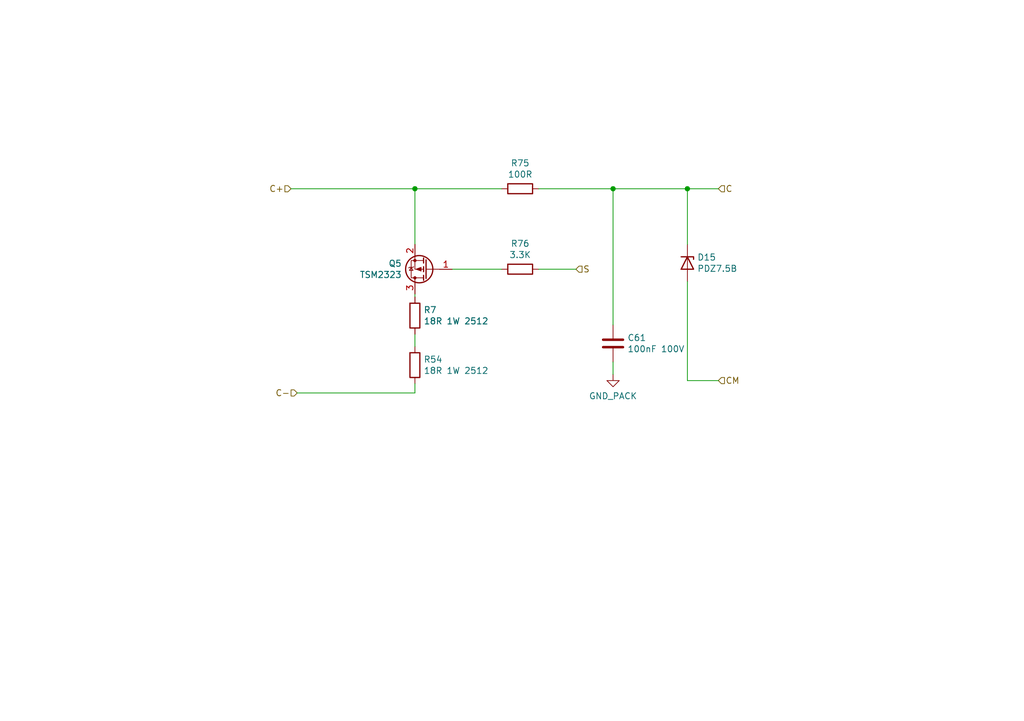
<source format=kicad_sch>
(kicad_sch
	(version 20231120)
	(generator "eeschema")
	(generator_version "8.0")
	(uuid "b617f54a-d595-416e-a403-41f59b27f156")
	(paper "A5")
	(title_block
		(date "2023-10-19")
		(rev "V0.1")
		(company "teTra")
	)
	(lib_symbols
		(symbol "Device:D_Zener"
			(pin_numbers hide)
			(pin_names
				(offset 1.016) hide)
			(exclude_from_sim no)
			(in_bom yes)
			(on_board yes)
			(property "Reference" "D"
				(at 0 2.54 0)
				(effects
					(font
						(size 1.27 1.27)
					)
				)
			)
			(property "Value" "D_Zener"
				(at 0 -2.54 0)
				(effects
					(font
						(size 1.27 1.27)
					)
				)
			)
			(property "Footprint" ""
				(at 0 0 0)
				(effects
					(font
						(size 1.27 1.27)
					)
					(hide yes)
				)
			)
			(property "Datasheet" "~"
				(at 0 0 0)
				(effects
					(font
						(size 1.27 1.27)
					)
					(hide yes)
				)
			)
			(property "Description" "Zener diode"
				(at 0 0 0)
				(effects
					(font
						(size 1.27 1.27)
					)
					(hide yes)
				)
			)
			(property "ki_keywords" "diode"
				(at 0 0 0)
				(effects
					(font
						(size 1.27 1.27)
					)
					(hide yes)
				)
			)
			(property "ki_fp_filters" "TO-???* *_Diode_* *SingleDiode* D_*"
				(at 0 0 0)
				(effects
					(font
						(size 1.27 1.27)
					)
					(hide yes)
				)
			)
			(symbol "D_Zener_0_1"
				(polyline
					(pts
						(xy 1.27 0) (xy -1.27 0)
					)
					(stroke
						(width 0)
						(type default)
					)
					(fill
						(type none)
					)
				)
				(polyline
					(pts
						(xy -1.27 -1.27) (xy -1.27 1.27) (xy -0.762 1.27)
					)
					(stroke
						(width 0.254)
						(type default)
					)
					(fill
						(type none)
					)
				)
				(polyline
					(pts
						(xy 1.27 -1.27) (xy 1.27 1.27) (xy -1.27 0) (xy 1.27 -1.27)
					)
					(stroke
						(width 0.254)
						(type default)
					)
					(fill
						(type none)
					)
				)
			)
			(symbol "D_Zener_1_1"
				(pin passive line
					(at -3.81 0 0)
					(length 2.54)
					(name "K"
						(effects
							(font
								(size 1.27 1.27)
							)
						)
					)
					(number "1"
						(effects
							(font
								(size 1.27 1.27)
							)
						)
					)
				)
				(pin passive line
					(at 3.81 0 180)
					(length 2.54)
					(name "A"
						(effects
							(font
								(size 1.27 1.27)
							)
						)
					)
					(number "2"
						(effects
							(font
								(size 1.27 1.27)
							)
						)
					)
				)
			)
		)
		(symbol "Device:Q_PMOS_GSD"
			(pin_names
				(offset 0) hide)
			(exclude_from_sim no)
			(in_bom yes)
			(on_board yes)
			(property "Reference" "Q"
				(at 5.08 1.27 0)
				(effects
					(font
						(size 1.27 1.27)
					)
					(justify left)
				)
			)
			(property "Value" "Q_PMOS_GSD"
				(at 5.08 -1.27 0)
				(effects
					(font
						(size 1.27 1.27)
					)
					(justify left)
				)
			)
			(property "Footprint" ""
				(at 5.08 2.54 0)
				(effects
					(font
						(size 1.27 1.27)
					)
					(hide yes)
				)
			)
			(property "Datasheet" "~"
				(at 0 0 0)
				(effects
					(font
						(size 1.27 1.27)
					)
					(hide yes)
				)
			)
			(property "Description" "P-MOSFET transistor, gate/source/drain"
				(at 0 0 0)
				(effects
					(font
						(size 1.27 1.27)
					)
					(hide yes)
				)
			)
			(property "ki_keywords" "transistor PMOS P-MOS P-MOSFET"
				(at 0 0 0)
				(effects
					(font
						(size 1.27 1.27)
					)
					(hide yes)
				)
			)
			(symbol "Q_PMOS_GSD_0_1"
				(polyline
					(pts
						(xy 0.254 0) (xy -2.54 0)
					)
					(stroke
						(width 0)
						(type default)
					)
					(fill
						(type none)
					)
				)
				(polyline
					(pts
						(xy 0.254 1.905) (xy 0.254 -1.905)
					)
					(stroke
						(width 0.254)
						(type default)
					)
					(fill
						(type none)
					)
				)
				(polyline
					(pts
						(xy 0.762 -1.27) (xy 0.762 -2.286)
					)
					(stroke
						(width 0.254)
						(type default)
					)
					(fill
						(type none)
					)
				)
				(polyline
					(pts
						(xy 0.762 0.508) (xy 0.762 -0.508)
					)
					(stroke
						(width 0.254)
						(type default)
					)
					(fill
						(type none)
					)
				)
				(polyline
					(pts
						(xy 0.762 2.286) (xy 0.762 1.27)
					)
					(stroke
						(width 0.254)
						(type default)
					)
					(fill
						(type none)
					)
				)
				(polyline
					(pts
						(xy 2.54 2.54) (xy 2.54 1.778)
					)
					(stroke
						(width 0)
						(type default)
					)
					(fill
						(type none)
					)
				)
				(polyline
					(pts
						(xy 2.54 -2.54) (xy 2.54 0) (xy 0.762 0)
					)
					(stroke
						(width 0)
						(type default)
					)
					(fill
						(type none)
					)
				)
				(polyline
					(pts
						(xy 0.762 1.778) (xy 3.302 1.778) (xy 3.302 -1.778) (xy 0.762 -1.778)
					)
					(stroke
						(width 0)
						(type default)
					)
					(fill
						(type none)
					)
				)
				(polyline
					(pts
						(xy 2.286 0) (xy 1.27 0.381) (xy 1.27 -0.381) (xy 2.286 0)
					)
					(stroke
						(width 0)
						(type default)
					)
					(fill
						(type outline)
					)
				)
				(polyline
					(pts
						(xy 2.794 -0.508) (xy 2.921 -0.381) (xy 3.683 -0.381) (xy 3.81 -0.254)
					)
					(stroke
						(width 0)
						(type default)
					)
					(fill
						(type none)
					)
				)
				(polyline
					(pts
						(xy 3.302 -0.381) (xy 2.921 0.254) (xy 3.683 0.254) (xy 3.302 -0.381)
					)
					(stroke
						(width 0)
						(type default)
					)
					(fill
						(type none)
					)
				)
				(circle
					(center 1.651 0)
					(radius 2.794)
					(stroke
						(width 0.254)
						(type default)
					)
					(fill
						(type none)
					)
				)
				(circle
					(center 2.54 -1.778)
					(radius 0.254)
					(stroke
						(width 0)
						(type default)
					)
					(fill
						(type outline)
					)
				)
				(circle
					(center 2.54 1.778)
					(radius 0.254)
					(stroke
						(width 0)
						(type default)
					)
					(fill
						(type outline)
					)
				)
			)
			(symbol "Q_PMOS_GSD_1_1"
				(pin input line
					(at -5.08 0 0)
					(length 2.54)
					(name "G"
						(effects
							(font
								(size 1.27 1.27)
							)
						)
					)
					(number "1"
						(effects
							(font
								(size 1.27 1.27)
							)
						)
					)
				)
				(pin passive line
					(at 2.54 -5.08 90)
					(length 2.54)
					(name "S"
						(effects
							(font
								(size 1.27 1.27)
							)
						)
					)
					(number "2"
						(effects
							(font
								(size 1.27 1.27)
							)
						)
					)
				)
				(pin passive line
					(at 2.54 5.08 270)
					(length 2.54)
					(name "D"
						(effects
							(font
								(size 1.27 1.27)
							)
						)
					)
					(number "3"
						(effects
							(font
								(size 1.27 1.27)
							)
						)
					)
				)
			)
		)
		(symbol "Device:R"
			(pin_numbers hide)
			(pin_names
				(offset 0)
			)
			(exclude_from_sim no)
			(in_bom yes)
			(on_board yes)
			(property "Reference" "R"
				(at 2.032 0 90)
				(effects
					(font
						(size 1.27 1.27)
					)
				)
			)
			(property "Value" "R"
				(at 0 0 90)
				(effects
					(font
						(size 1.27 1.27)
					)
				)
			)
			(property "Footprint" ""
				(at -1.778 0 90)
				(effects
					(font
						(size 1.27 1.27)
					)
					(hide yes)
				)
			)
			(property "Datasheet" "~"
				(at 0 0 0)
				(effects
					(font
						(size 1.27 1.27)
					)
					(hide yes)
				)
			)
			(property "Description" "Resistor"
				(at 0 0 0)
				(effects
					(font
						(size 1.27 1.27)
					)
					(hide yes)
				)
			)
			(property "ki_keywords" "R res resistor"
				(at 0 0 0)
				(effects
					(font
						(size 1.27 1.27)
					)
					(hide yes)
				)
			)
			(property "ki_fp_filters" "R_*"
				(at 0 0 0)
				(effects
					(font
						(size 1.27 1.27)
					)
					(hide yes)
				)
			)
			(symbol "R_0_1"
				(rectangle
					(start -1.016 -2.54)
					(end 1.016 2.54)
					(stroke
						(width 0.254)
						(type default)
					)
					(fill
						(type none)
					)
				)
			)
			(symbol "R_1_1"
				(pin passive line
					(at 0 3.81 270)
					(length 1.27)
					(name "~"
						(effects
							(font
								(size 1.27 1.27)
							)
						)
					)
					(number "1"
						(effects
							(font
								(size 1.27 1.27)
							)
						)
					)
				)
				(pin passive line
					(at 0 -3.81 90)
					(length 1.27)
					(name "~"
						(effects
							(font
								(size 1.27 1.27)
							)
						)
					)
					(number "2"
						(effects
							(font
								(size 1.27 1.27)
							)
						)
					)
				)
			)
		)
		(symbol "LTC6811-rescue:C-Device"
			(pin_numbers hide)
			(pin_names
				(offset 0.254)
			)
			(exclude_from_sim no)
			(in_bom yes)
			(on_board yes)
			(property "Reference" "C"
				(at 0.635 2.54 0)
				(effects
					(font
						(size 1.27 1.27)
					)
					(justify left)
				)
			)
			(property "Value" "Device_C"
				(at 0.635 -2.54 0)
				(effects
					(font
						(size 1.27 1.27)
					)
					(justify left)
				)
			)
			(property "Footprint" ""
				(at 0.9652 -3.81 0)
				(effects
					(font
						(size 1.27 1.27)
					)
					(hide yes)
				)
			)
			(property "Datasheet" ""
				(at 0 0 0)
				(effects
					(font
						(size 1.27 1.27)
					)
					(hide yes)
				)
			)
			(property "Description" ""
				(at 0 0 0)
				(effects
					(font
						(size 1.27 1.27)
					)
					(hide yes)
				)
			)
			(property "ki_fp_filters" "C_*"
				(at 0 0 0)
				(effects
					(font
						(size 1.27 1.27)
					)
					(hide yes)
				)
			)
			(symbol "C-Device_0_1"
				(polyline
					(pts
						(xy -2.032 -0.762) (xy 2.032 -0.762)
					)
					(stroke
						(width 0.508)
						(type solid)
					)
					(fill
						(type none)
					)
				)
				(polyline
					(pts
						(xy -2.032 0.762) (xy 2.032 0.762)
					)
					(stroke
						(width 0.508)
						(type solid)
					)
					(fill
						(type none)
					)
				)
			)
			(symbol "C-Device_1_1"
				(pin passive line
					(at 0 3.81 270)
					(length 2.794)
					(name "~"
						(effects
							(font
								(size 1.27 1.27)
							)
						)
					)
					(number "1"
						(effects
							(font
								(size 1.27 1.27)
							)
						)
					)
				)
				(pin passive line
					(at 0 -3.81 90)
					(length 2.794)
					(name "~"
						(effects
							(font
								(size 1.27 1.27)
							)
						)
					)
					(number "2"
						(effects
							(font
								(size 1.27 1.27)
							)
						)
					)
				)
			)
		)
		(symbol "power:GND_PACK"
			(power)
			(pin_names
				(offset 0)
			)
			(exclude_from_sim no)
			(in_bom yes)
			(on_board yes)
			(property "Reference" "#PWR"
				(at 0 -6.35 0)
				(effects
					(font
						(size 1.27 1.27)
					)
					(hide yes)
				)
			)
			(property "Value" "GND_PACK"
				(at 0 -3.81 0)
				(effects
					(font
						(size 1.27 1.27)
					)
				)
			)
			(property "Footprint" ""
				(at 0 0 0)
				(effects
					(font
						(size 1.27 1.27)
					)
					(hide yes)
				)
			)
			(property "Datasheet" ""
				(at 0 0 0)
				(effects
					(font
						(size 1.27 1.27)
					)
					(hide yes)
				)
			)
			(property "Description" "Power symbol creates a global label with name \"GND_PACK\" , ground"
				(at 0 0 0)
				(effects
					(font
						(size 1.27 1.27)
					)
					(hide yes)
				)
			)
			(property "ki_keywords" "global power"
				(at 0 0 0)
				(effects
					(font
						(size 1.27 1.27)
					)
					(hide yes)
				)
			)
			(symbol "GND_PACK_0_1"
				(polyline
					(pts
						(xy 0 0) (xy 0 -1.27) (xy 1.27 -1.27) (xy 0 -2.54) (xy -1.27 -1.27) (xy 0 -1.27)
					)
					(stroke
						(width 0)
						(type default)
					)
					(fill
						(type none)
					)
				)
			)
			(symbol "GND_PACK_1_1"
				(pin power_in line
					(at 0 0 270)
					(length 0) hide
					(name "GND_PACK"
						(effects
							(font
								(size 1.27 1.27)
							)
						)
					)
					(number "1"
						(effects
							(font
								(size 1.27 1.27)
							)
						)
					)
				)
			)
		)
	)
	(junction
		(at 140.97 38.735)
		(diameter 0)
		(color 0 0 0 0)
		(uuid "15e7c4f8-2ea2-4f05-993a-4a76cc395d1c")
	)
	(junction
		(at 125.73 38.735)
		(diameter 0)
		(color 0 0 0 0)
		(uuid "83eac211-ed4e-4919-b782-a4c16ebfea4c")
	)
	(junction
		(at 85.09 38.735)
		(diameter 0)
		(color 0 0 0 0)
		(uuid "f9eee085-5d21-4103-992b-cc9e1b462fa9")
	)
	(wire
		(pts
			(xy 125.73 38.735) (xy 125.73 66.675)
		)
		(stroke
			(width 0)
			(type default)
		)
		(uuid "065c909c-db75-4ac0-8d6b-f8e0f4069e92")
	)
	(wire
		(pts
			(xy 59.69 38.735) (xy 85.09 38.735)
		)
		(stroke
			(width 0)
			(type default)
		)
		(uuid "1670266d-2d72-4abd-a2e5-7a1a3544595b")
	)
	(wire
		(pts
			(xy 140.97 50.165) (xy 140.97 38.735)
		)
		(stroke
			(width 0)
			(type default)
		)
		(uuid "1670f946-8723-450d-b1fb-a8156361aeac")
	)
	(wire
		(pts
			(xy 140.97 57.785) (xy 140.97 78.105)
		)
		(stroke
			(width 0)
			(type default)
		)
		(uuid "171e3476-10be-49ce-b37b-d50a0d2a7628")
	)
	(wire
		(pts
			(xy 125.73 38.735) (xy 140.97 38.735)
		)
		(stroke
			(width 0)
			(type default)
		)
		(uuid "1e08c62c-e3bd-49cb-8611-d436c455867d")
	)
	(wire
		(pts
			(xy 140.97 38.735) (xy 147.32 38.735)
		)
		(stroke
			(width 0)
			(type default)
		)
		(uuid "52284e8f-2b61-49d0-9513-d135823aafa4")
	)
	(wire
		(pts
			(xy 85.09 78.74) (xy 85.09 80.645)
		)
		(stroke
			(width 0)
			(type default)
		)
		(uuid "5e738431-cb92-4e2a-a210-79148fc3dc72")
	)
	(wire
		(pts
			(xy 125.73 74.295) (xy 125.73 76.835)
		)
		(stroke
			(width 0)
			(type default)
		)
		(uuid "a7a7d548-4b18-4694-b017-dcfcbeb52d75")
	)
	(wire
		(pts
			(xy 85.09 38.735) (xy 85.09 50.165)
		)
		(stroke
			(width 0)
			(type default)
		)
		(uuid "cc342b78-7422-4a1b-922d-2a593b0a9702")
	)
	(wire
		(pts
			(xy 102.87 38.735) (xy 85.09 38.735)
		)
		(stroke
			(width 0)
			(type default)
		)
		(uuid "dc153c42-ff75-4f6e-9751-c5760eeb22be")
	)
	(wire
		(pts
			(xy 60.96 80.645) (xy 85.09 80.645)
		)
		(stroke
			(width 0)
			(type default)
		)
		(uuid "dd3ee150-250f-4dfb-ae18-ab1cc7243673")
	)
	(wire
		(pts
			(xy 85.09 68.58) (xy 85.09 71.12)
		)
		(stroke
			(width 0)
			(type default)
		)
		(uuid "e0ef585b-67d3-49da-bfe2-86b26ad5ce4b")
	)
	(wire
		(pts
			(xy 92.71 55.245) (xy 102.87 55.245)
		)
		(stroke
			(width 0)
			(type default)
		)
		(uuid "e16c6093-ce26-4f17-a032-36e96f43c272")
	)
	(wire
		(pts
			(xy 110.49 55.245) (xy 118.11 55.245)
		)
		(stroke
			(width 0)
			(type default)
		)
		(uuid "ee4cbb1c-78ca-411f-825c-ec04b0db17db")
	)
	(wire
		(pts
			(xy 85.09 60.325) (xy 85.09 60.96)
		)
		(stroke
			(width 0)
			(type default)
		)
		(uuid "f890d8ee-6518-42d7-ba2c-5235942e5e06")
	)
	(wire
		(pts
			(xy 140.97 78.105) (xy 147.32 78.105)
		)
		(stroke
			(width 0)
			(type default)
		)
		(uuid "fe395c41-e4d1-4fd2-a50a-1041624b6dc7")
	)
	(wire
		(pts
			(xy 110.49 38.735) (xy 125.73 38.735)
		)
		(stroke
			(width 0)
			(type default)
		)
		(uuid "ff4ccc5a-190b-41ff-931f-ef807f665318")
	)
	(hierarchical_label "CM"
		(shape input)
		(at 147.32 78.105 0)
		(fields_autoplaced yes)
		(effects
			(font
				(size 1.27 1.27)
			)
			(justify left)
		)
		(uuid "4ce2efcc-c30e-477a-9e77-117609483af2")
	)
	(hierarchical_label "C"
		(shape input)
		(at 147.32 38.735 0)
		(fields_autoplaced yes)
		(effects
			(font
				(size 1.27 1.27)
			)
			(justify left)
		)
		(uuid "7bf16e0d-1052-459e-abef-f2c4b634968f")
	)
	(hierarchical_label "C-"
		(shape input)
		(at 60.96 80.645 180)
		(fields_autoplaced yes)
		(effects
			(font
				(size 1.27 1.27)
			)
			(justify right)
		)
		(uuid "a0fd79ff-671d-4932-b871-8b809e773816")
	)
	(hierarchical_label "C+"
		(shape input)
		(at 59.69 38.735 180)
		(fields_autoplaced yes)
		(effects
			(font
				(size 1.27 1.27)
			)
			(justify right)
		)
		(uuid "e03ecc91-99b3-4305-8f48-3b9df421b489")
	)
	(hierarchical_label "S"
		(shape input)
		(at 118.11 55.245 0)
		(fields_autoplaced yes)
		(effects
			(font
				(size 1.27 1.27)
			)
			(justify left)
		)
		(uuid "fe3ef501-19db-4acc-a356-d16a212fbf9d")
	)
	(symbol
		(lib_id "Device:R")
		(at 106.68 55.245 270)
		(unit 1)
		(exclude_from_sim no)
		(in_bom yes)
		(on_board yes)
		(dnp no)
		(uuid "1d42e2d5-1593-444e-aff8-e90ea3ca95ee")
		(property "Reference" "R70"
			(at 106.68 49.9872 90)
			(effects
				(font
					(size 1.27 1.27)
				)
			)
		)
		(property "Value" "3.3K"
			(at 106.68 52.2986 90)
			(effects
				(font
					(size 1.27 1.27)
				)
			)
		)
		(property "Footprint" "Library:R_0603_1608Metric"
			(at 106.68 53.467 90)
			(effects
				(font
					(size 1.27 1.27)
				)
				(hide yes)
			)
		)
		(property "Datasheet" "https://www.yageo.com/upload/media/product/app/datasheet/rchip/pyu-rc_group_51_rohs_l.pdf"
			(at 106.68 55.245 0)
			(effects
				(font
					(size 1.27 1.27)
				)
				(hide yes)
			)
		)
		(property "Description" "3.3 kOhms ±1% 0.1W, 1/10W Chip Resistor 0603 (1608 Metric) Moisture Resistant Thick Film"
			(at 106.68 55.245 0)
			(effects
				(font
					(size 1.27 1.27)
				)
				(hide yes)
			)
		)
		(property "MPN" "RC0603FR-073K3L"
			(at 106.68 55.245 0)
			(effects
				(font
					(size 1.27 1.27)
				)
				(hide yes)
			)
		)
		(property "Link" "https://www.digikey.jp/en/products/detail/yageo/RC0603FR-073K3L/727126?s=N4IgTCBcDaIEoGEAMA2JBmAYnAtEg7OgNboAyIAugL5A"
			(at 106.68 55.245 0)
			(effects
				(font
					(size 1.27 1.27)
				)
				(hide yes)
			)
		)
		(pin "1"
			(uuid "6e55e29e-1815-4bac-a9de-142d69528837")
		)
		(pin "2"
			(uuid "51ca218a-1f49-4e2f-b112-34cfefd26b57")
		)
		(instances
			(project "LTC6811_ESP32"
				(path "/6a86ff6f-b159-4c4c-8a40-e732cc82e010/0999518d-09c3-4a69-bd78-ff81b3ce8dd2/19041a75-53c8-4483-ab7a-6e49fae012b6"
					(reference "R76")
					(unit 1)
				)
				(path "/6a86ff6f-b159-4c4c-8a40-e732cc82e010/0999518d-09c3-4a69-bd78-ff81b3ce8dd2/210373bf-e475-47d4-99fb-665ba599d634"
					(reference "R97")
					(unit 1)
				)
				(path "/6a86ff6f-b159-4c4c-8a40-e732cc82e010/0999518d-09c3-4a69-bd78-ff81b3ce8dd2/463e1fe4-7edf-42b1-8034-da5791a5ce86"
					(reference "R94")
					(unit 1)
				)
				(path "/6a86ff6f-b159-4c4c-8a40-e732cc82e010/0999518d-09c3-4a69-bd78-ff81b3ce8dd2/465070a3-d5f3-43ad-8597-2e1a5d40b801"
					(reference "R70")
					(unit 1)
				)
				(path "/6a86ff6f-b159-4c4c-8a40-e732cc82e010/0999518d-09c3-4a69-bd78-ff81b3ce8dd2/60cc472b-ffa3-49bc-9ffa-1eb4726af0bf"
					(reference "R91")
					(unit 1)
				)
				(path "/6a86ff6f-b159-4c4c-8a40-e732cc82e010/0999518d-09c3-4a69-bd78-ff81b3ce8dd2/8de7d13b-b697-42c9-ba84-33fadfc425b6"
					(reference "R88")
					(unit 1)
				)
				(path "/6a86ff6f-b159-4c4c-8a40-e732cc82e010/0999518d-09c3-4a69-bd78-ff81b3ce8dd2/bd59d348-fc68-4734-92b5-50f888b7578c"
					(reference "R85")
					(unit 1)
				)
				(path "/6a86ff6f-b159-4c4c-8a40-e732cc82e010/0999518d-09c3-4a69-bd78-ff81b3ce8dd2/c041c063-928c-41d7-8623-0d8fabfc1e80"
					(reference "R100")
					(unit 1)
				)
				(path "/6a86ff6f-b159-4c4c-8a40-e732cc82e010/0999518d-09c3-4a69-bd78-ff81b3ce8dd2/d68d73fb-b65c-48fe-93ad-ef8e1e59b36d"
					(reference "R82")
					(unit 1)
				)
				(path "/6a86ff6f-b159-4c4c-8a40-e732cc82e010/0999518d-09c3-4a69-bd78-ff81b3ce8dd2/e334af48-6edd-41fc-8590-ee7e4dff41f8"
					(reference "R73")
					(unit 1)
				)
				(path "/6a86ff6f-b159-4c4c-8a40-e732cc82e010/0999518d-09c3-4a69-bd78-ff81b3ce8dd2/e53818c9-b8a7-47e2-8bef-2b7a2c59483f"
					(reference "R79")
					(unit 1)
				)
				(path "/6a86ff6f-b159-4c4c-8a40-e732cc82e010/0999518d-09c3-4a69-bd78-ff81b3ce8dd2/fedf4b0c-24fd-4552-8bac-0aa12510716a"
					(reference "R103")
					(unit 1)
				)
			)
			(project "ESP32_Slaves_V0"
				(path "/c4061cfa-a05d-44c7-ba89-bb211c8b143a/1212529f-4bc7-4b2f-a7bd-25cc657ff51f"
					(reference "R9")
					(unit 1)
				)
				(path "/c4061cfa-a05d-44c7-ba89-bb211c8b143a/283d5d2e-1948-40a7-a16b-a54f1014d230"
					(reference "R18")
					(unit 1)
				)
				(path "/c4061cfa-a05d-44c7-ba89-bb211c8b143a/3b0e8e4e-4c49-425e-8e8b-e2b3e50e926d"
					(reference "R6")
					(unit 1)
				)
				(path "/c4061cfa-a05d-44c7-ba89-bb211c8b143a/5afd03ed-dc31-4782-bcc6-ca5eec4a36a5"
					(reference "R21")
					(unit 1)
				)
				(path "/c4061cfa-a05d-44c7-ba89-bb211c8b143a/6ec7d903-4a07-49c1-b81a-936402bbc043"
					(reference "R27")
					(unit 1)
				)
				(path "/c4061cfa-a05d-44c7-ba89-bb211c8b143a/84e27182-1baa-4cc5-9c4e-d0817e65c357"
					(reference "R30")
					(unit 1)
				)
				(path "/c4061cfa-a05d-44c7-ba89-bb211c8b143a/88c2761b-1b20-4ea3-8d58-88eb56a86b14"
					(reference "R3")
					(unit 1)
				)
				(path "/c4061cfa-a05d-44c7-ba89-bb211c8b143a/a808e1a3-82d9-4830-b084-cf6ab588f0e8"
					(reference "R24")
					(unit 1)
				)
				(path "/c4061cfa-a05d-44c7-ba89-bb211c8b143a/ae722f68-6688-46fd-bba7-97b84e9867e0"
					(reference "R36")
					(unit 1)
				)
				(path "/c4061cfa-a05d-44c7-ba89-bb211c8b143a/b9bd1d66-b3ba-406f-930d-7b0e7dd81515"
					(reference "R12")
					(unit 1)
				)
				(path "/c4061cfa-a05d-44c7-ba89-bb211c8b143a/d03e7bdc-4832-41ad-8b91-e5cc85a0023a"
					(reference "R15")
					(unit 1)
				)
				(path "/c4061cfa-a05d-44c7-ba89-bb211c8b143a/f0985269-4380-42d4-ba58-9b2694647402"
					(reference "R33")
					(unit 1)
				)
			)
		)
	)
	(symbol
		(lib_id "LTC6811-rescue:C-Device")
		(at 125.73 70.485 0)
		(unit 1)
		(exclude_from_sim no)
		(in_bom yes)
		(on_board yes)
		(dnp no)
		(uuid "2e9b6365-87c5-43fe-b1c5-4b23a7b1c9b5")
		(property "Reference" "C59"
			(at 128.651 69.3166 0)
			(effects
				(font
					(size 1.27 1.27)
				)
				(justify left)
			)
		)
		(property "Value" "100nF 100V"
			(at 128.651 71.628 0)
			(effects
				(font
					(size 1.27 1.27)
				)
				(justify left)
			)
		)
		(property "Footprint" "Library:C_0603_1608Metric"
			(at 126.6952 74.295 0)
			(effects
				(font
					(size 1.27 1.27)
				)
				(hide yes)
			)
		)
		(property "Datasheet" "https://www.digikey.jp/en/products/detail/samsung-electro-mechanics/CL10B104KC8NNNC/5961291?s=N4IgTCBcDaIMIBkCMAGAQqgLAaTgDgDki4AdEkAXQF8g"
			(at 125.73 70.485 0)
			(effects
				(font
					(size 1.27 1.27)
				)
				(hide yes)
			)
		)
		(property "Description" "0.1 µF ±10% 100V Ceramic Capacitor X7R 0603 (1608 Metric)"
			(at 125.73 70.485 0)
			(effects
				(font
					(size 1.27 1.27)
				)
				(hide yes)
			)
		)
		(property "MPN" "CL10B104KC8NNNC"
			(at 125.73 70.485 0)
			(effects
				(font
					(size 1.27 1.27)
				)
				(hide yes)
			)
		)
		(property "Link" "https://www.digikey.jp/en/products/detail/samsung-electro-mechanics/CL10B104KC8NNNC/5961291?s=N4IgTCBcDaIMIBkCMAGAQqgLAaTgDgDki4QBdAXyA"
			(at 125.73 70.485 0)
			(effects
				(font
					(size 1.27 1.27)
				)
				(hide yes)
			)
		)
		(pin "1"
			(uuid "80924cf0-3fed-48ab-a93f-65c12d2e9264")
		)
		(pin "2"
			(uuid "bf2a8d19-f8cf-411c-a78f-34c6df98db72")
		)
		(instances
			(project "LTC6811_ESP32"
				(path "/6a86ff6f-b159-4c4c-8a40-e732cc82e010/0999518d-09c3-4a69-bd78-ff81b3ce8dd2/19041a75-53c8-4483-ab7a-6e49fae012b6"
					(reference "C61")
					(unit 1)
				)
				(path "/6a86ff6f-b159-4c4c-8a40-e732cc82e010/0999518d-09c3-4a69-bd78-ff81b3ce8dd2/210373bf-e475-47d4-99fb-665ba599d634"
					(reference "C68")
					(unit 1)
				)
				(path "/6a86ff6f-b159-4c4c-8a40-e732cc82e010/0999518d-09c3-4a69-bd78-ff81b3ce8dd2/463e1fe4-7edf-42b1-8034-da5791a5ce86"
					(reference "C67")
					(unit 1)
				)
				(path "/6a86ff6f-b159-4c4c-8a40-e732cc82e010/0999518d-09c3-4a69-bd78-ff81b3ce8dd2/465070a3-d5f3-43ad-8597-2e1a5d40b801"
					(reference "C59")
					(unit 1)
				)
				(path "/6a86ff6f-b159-4c4c-8a40-e732cc82e010/0999518d-09c3-4a69-bd78-ff81b3ce8dd2/60cc472b-ffa3-49bc-9ffa-1eb4726af0bf"
					(reference "C66")
					(unit 1)
				)
				(path "/6a86ff6f-b159-4c4c-8a40-e732cc82e010/0999518d-09c3-4a69-bd78-ff81b3ce8dd2/8de7d13b-b697-42c9-ba84-33fadfc425b6"
					(reference "C65")
					(unit 1)
				)
				(path "/6a86ff6f-b159-4c4c-8a40-e732cc82e010/0999518d-09c3-4a69-bd78-ff81b3ce8dd2/bd59d348-fc68-4734-92b5-50f888b7578c"
					(reference "C64")
					(unit 1)
				)
				(path "/6a86ff6f-b159-4c4c-8a40-e732cc82e010/0999518d-09c3-4a69-bd78-ff81b3ce8dd2/c041c063-928c-41d7-8623-0d8fabfc1e80"
					(reference "C69")
					(unit 1)
				)
				(path "/6a86ff6f-b159-4c4c-8a40-e732cc82e010/0999518d-09c3-4a69-bd78-ff81b3ce8dd2/d68d73fb-b65c-48fe-93ad-ef8e1e59b36d"
					(reference "C63")
					(unit 1)
				)
				(path "/6a86ff6f-b159-4c4c-8a40-e732cc82e010/0999518d-09c3-4a69-bd78-ff81b3ce8dd2/e334af48-6edd-41fc-8590-ee7e4dff41f8"
					(reference "C60")
					(unit 1)
				)
				(path "/6a86ff6f-b159-4c4c-8a40-e732cc82e010/0999518d-09c3-4a69-bd78-ff81b3ce8dd2/e53818c9-b8a7-47e2-8bef-2b7a2c59483f"
					(reference "C62")
					(unit 1)
				)
				(path "/6a86ff6f-b159-4c4c-8a40-e732cc82e010/0999518d-09c3-4a69-bd78-ff81b3ce8dd2/fedf4b0c-24fd-4552-8bac-0aa12510716a"
					(reference "C70")
					(unit 1)
				)
			)
			(project "ESP32_Slaves_V0"
				(path "/c4061cfa-a05d-44c7-ba89-bb211c8b143a/1212529f-4bc7-4b2f-a7bd-25cc657ff51f"
					(reference "C3")
					(unit 1)
				)
				(path "/c4061cfa-a05d-44c7-ba89-bb211c8b143a/283d5d2e-1948-40a7-a16b-a54f1014d230"
					(reference "C6")
					(unit 1)
				)
				(path "/c4061cfa-a05d-44c7-ba89-bb211c8b143a/3b0e8e4e-4c49-425e-8e8b-e2b3e50e926d"
					(reference "C2")
					(unit 1)
				)
				(path "/c4061cfa-a05d-44c7-ba89-bb211c8b143a/5afd03ed-dc31-4782-bcc6-ca5eec4a36a5"
					(reference "C7")
					(unit 1)
				)
				(path "/c4061cfa-a05d-44c7-ba89-bb211c8b143a/6ec7d903-4a07-49c1-b81a-936402bbc043"
					(reference "C9")
					(unit 1)
				)
				(path "/c4061cfa-a05d-44c7-ba89-bb211c8b143a/84e27182-1baa-4cc5-9c4e-d0817e65c357"
					(reference "C10")
					(unit 1)
				)
				(path "/c4061cfa-a05d-44c7-ba89-bb211c8b143a/88c2761b-1b20-4ea3-8d58-88eb56a86b14"
					(reference "C1")
					(unit 1)
				)
				(path "/c4061cfa-a05d-44c7-ba89-bb211c8b143a/a808e1a3-82d9-4830-b084-cf6ab588f0e8"
					(reference "C8")
					(unit 1)
				)
				(path "/c4061cfa-a05d-44c7-ba89-bb211c8b143a/ae722f68-6688-46fd-bba7-97b84e9867e0"
					(reference "C12")
					(unit 1)
				)
				(path "/c4061cfa-a05d-44c7-ba89-bb211c8b143a/b9bd1d66-b3ba-406f-930d-7b0e7dd81515"
					(reference "C4")
					(unit 1)
				)
				(path "/c4061cfa-a05d-44c7-ba89-bb211c8b143a/d03e7bdc-4832-41ad-8b91-e5cc85a0023a"
					(reference "C5")
					(unit 1)
				)
				(path "/c4061cfa-a05d-44c7-ba89-bb211c8b143a/f0985269-4380-42d4-ba58-9b2694647402"
					(reference "C11")
					(unit 1)
				)
			)
		)
	)
	(symbol
		(lib_id "power:GND_PACK")
		(at 125.73 76.835 0)
		(unit 1)
		(exclude_from_sim no)
		(in_bom yes)
		(on_board yes)
		(dnp no)
		(fields_autoplaced yes)
		(uuid "333951d8-a904-4229-8ca9-63121651af39")
		(property "Reference" "#PWR085"
			(at 125.73 83.185 0)
			(effects
				(font
					(size 1.27 1.27)
				)
				(hide yes)
			)
		)
		(property "Value" "GND_PACK"
			(at 125.73 81.28 0)
			(effects
				(font
					(size 1.27 1.27)
				)
			)
		)
		(property "Footprint" ""
			(at 125.73 76.835 0)
			(effects
				(font
					(size 1.27 1.27)
				)
				(hide yes)
			)
		)
		(property "Datasheet" ""
			(at 125.73 76.835 0)
			(effects
				(font
					(size 1.27 1.27)
				)
				(hide yes)
			)
		)
		(property "Description" ""
			(at 125.73 76.835 0)
			(effects
				(font
					(size 1.27 1.27)
				)
				(hide yes)
			)
		)
		(pin "1"
			(uuid "a7b70dfc-ac85-4a03-a7c8-73b5eefba652")
		)
		(instances
			(project "LTC6811_ESP32"
				(path "/6a86ff6f-b159-4c4c-8a40-e732cc82e010/0999518d-09c3-4a69-bd78-ff81b3ce8dd2"
					(reference "#PWR085")
					(unit 1)
				)
				(path "/6a86ff6f-b159-4c4c-8a40-e732cc82e010/0999518d-09c3-4a69-bd78-ff81b3ce8dd2/19041a75-53c8-4483-ab7a-6e49fae012b6"
					(reference "#PWR088")
					(unit 1)
				)
				(path "/6a86ff6f-b159-4c4c-8a40-e732cc82e010/0999518d-09c3-4a69-bd78-ff81b3ce8dd2/210373bf-e475-47d4-99fb-665ba599d634"
					(reference "#PWR095")
					(unit 1)
				)
				(path "/6a86ff6f-b159-4c4c-8a40-e732cc82e010/0999518d-09c3-4a69-bd78-ff81b3ce8dd2/463e1fe4-7edf-42b1-8034-da5791a5ce86"
					(reference "#PWR094")
					(unit 1)
				)
				(path "/6a86ff6f-b159-4c4c-8a40-e732cc82e010/0999518d-09c3-4a69-bd78-ff81b3ce8dd2/465070a3-d5f3-43ad-8597-2e1a5d40b801"
					(reference "#PWR086")
					(unit 1)
				)
				(path "/6a86ff6f-b159-4c4c-8a40-e732cc82e010/0999518d-09c3-4a69-bd78-ff81b3ce8dd2/60cc472b-ffa3-49bc-9ffa-1eb4726af0bf"
					(reference "#PWR093")
					(unit 1)
				)
				(path "/6a86ff6f-b159-4c4c-8a40-e732cc82e010/0999518d-09c3-4a69-bd78-ff81b3ce8dd2/8de7d13b-b697-42c9-ba84-33fadfc425b6"
					(reference "#PWR092")
					(unit 1)
				)
				(path "/6a86ff6f-b159-4c4c-8a40-e732cc82e010/0999518d-09c3-4a69-bd78-ff81b3ce8dd2/bd59d348-fc68-4734-92b5-50f888b7578c"
					(reference "#PWR091")
					(unit 1)
				)
				(path "/6a86ff6f-b159-4c4c-8a40-e732cc82e010/0999518d-09c3-4a69-bd78-ff81b3ce8dd2/c041c063-928c-41d7-8623-0d8fabfc1e80"
					(reference "#PWR096")
					(unit 1)
				)
				(path "/6a86ff6f-b159-4c4c-8a40-e732cc82e010/0999518d-09c3-4a69-bd78-ff81b3ce8dd2/d68d73fb-b65c-48fe-93ad-ef8e1e59b36d"
					(reference "#PWR090")
					(unit 1)
				)
				(path "/6a86ff6f-b159-4c4c-8a40-e732cc82e010/0999518d-09c3-4a69-bd78-ff81b3ce8dd2/e334af48-6edd-41fc-8590-ee7e4dff41f8"
					(reference "#PWR087")
					(unit 1)
				)
				(path "/6a86ff6f-b159-4c4c-8a40-e732cc82e010/0999518d-09c3-4a69-bd78-ff81b3ce8dd2/e53818c9-b8a7-47e2-8bef-2b7a2c59483f"
					(reference "#PWR089")
					(unit 1)
				)
				(path "/6a86ff6f-b159-4c4c-8a40-e732cc82e010/0999518d-09c3-4a69-bd78-ff81b3ce8dd2/fedf4b0c-24fd-4552-8bac-0aa12510716a"
					(reference "#PWR097")
					(unit 1)
				)
			)
			(project "ESP32_Slaves_V0"
				(path "/c4061cfa-a05d-44c7-ba89-bb211c8b143a/1212529f-4bc7-4b2f-a7bd-25cc657ff51f"
					(reference "#PWR09")
					(unit 1)
				)
				(path "/c4061cfa-a05d-44c7-ba89-bb211c8b143a/283d5d2e-1948-40a7-a16b-a54f1014d230"
					(reference "#PWR012")
					(unit 1)
				)
				(path "/c4061cfa-a05d-44c7-ba89-bb211c8b143a/3b0e8e4e-4c49-425e-8e8b-e2b3e50e926d"
					(reference "#PWR08")
					(unit 1)
				)
				(path "/c4061cfa-a05d-44c7-ba89-bb211c8b143a/5afd03ed-dc31-4782-bcc6-ca5eec4a36a5"
					(reference "#PWR013")
					(unit 1)
				)
				(path "/c4061cfa-a05d-44c7-ba89-bb211c8b143a/6ec7d903-4a07-49c1-b81a-936402bbc043"
					(reference "#PWR015")
					(unit 1)
				)
				(path "/c4061cfa-a05d-44c7-ba89-bb211c8b143a/84e27182-1baa-4cc5-9c4e-d0817e65c357"
					(reference "#PWR016")
					(unit 1)
				)
				(path "/c4061cfa-a05d-44c7-ba89-bb211c8b143a/88c2761b-1b20-4ea3-8d58-88eb56a86b14"
					(reference "#PWR07")
					(unit 1)
				)
				(path "/c4061cfa-a05d-44c7-ba89-bb211c8b143a/a808e1a3-82d9-4830-b084-cf6ab588f0e8"
					(reference "#PWR014")
					(unit 1)
				)
				(path "/c4061cfa-a05d-44c7-ba89-bb211c8b143a/ae722f68-6688-46fd-bba7-97b84e9867e0"
					(reference "#PWR018")
					(unit 1)
				)
				(path "/c4061cfa-a05d-44c7-ba89-bb211c8b143a/b9bd1d66-b3ba-406f-930d-7b0e7dd81515"
					(reference "#PWR010")
					(unit 1)
				)
				(path "/c4061cfa-a05d-44c7-ba89-bb211c8b143a/d03e7bdc-4832-41ad-8b91-e5cc85a0023a"
					(reference "#PWR011")
					(unit 1)
				)
				(path "/c4061cfa-a05d-44c7-ba89-bb211c8b143a/f0985269-4380-42d4-ba58-9b2694647402"
					(reference "#PWR017")
					(unit 1)
				)
			)
		)
	)
	(symbol
		(lib_id "Device:Q_PMOS_GSD")
		(at 87.63 55.245 180)
		(unit 1)
		(exclude_from_sim no)
		(in_bom yes)
		(on_board yes)
		(dnp no)
		(uuid "4b45170f-c02d-4169-a509-c1554863a70e")
		(property "Reference" "Q3"
			(at 82.423 54.0766 0)
			(effects
				(font
					(size 1.27 1.27)
				)
				(justify left)
			)
		)
		(property "Value" "TSM2323"
			(at 82.423 56.388 0)
			(effects
				(font
					(size 1.27 1.27)
				)
				(justify left)
			)
		)
		(property "Footprint" "Library:SOT-23"
			(at 82.55 57.785 0)
			(effects
				(font
					(size 1.27 1.27)
				)
				(hide yes)
			)
		)
		(property "Datasheet" "https://www.taiwansemi.com/assets/uploads/datasheet/TSM2323_F15.pdf"
			(at 87.63 55.245 0)
			(effects
				(font
					(size 1.27 1.27)
				)
				(hide yes)
			)
		)
		(property "Description" "P-Channel 20 V 4.7A (Ta) 1.25W (Ta) Surface Mount SOT-23"
			(at 87.63 55.245 0)
			(effects
				(font
					(size 1.27 1.27)
				)
				(hide yes)
			)
		)
		(property "MPN" "TSM2323CX RFG "
			(at 87.63 55.245 0)
			(effects
				(font
					(size 1.27 1.27)
				)
				(hide yes)
			)
		)
		(property "Link" "https://www.digikey.jp/en/products/detail/taiwan-semiconductor-corporation/TSM2323CX-RFG/7360264?s=N4IgTCBcDaICoGUCyYDMaDCANABAJQDEBxHEAXQF8g"
			(at 87.63 55.245 0)
			(effects
				(font
					(size 1.27 1.27)
				)
				(hide yes)
			)
		)
		(pin "1"
			(uuid "47d6edf6-2863-4c8c-a526-d7dd21bc1e2e")
		)
		(pin "2"
			(uuid "00aded78-aca2-4e04-9b9d-4dd173d246fe")
		)
		(pin "3"
			(uuid "cece9f74-c850-40fd-a39c-652344a6f782")
		)
		(instances
			(project "LTC6811_ESP32"
				(path "/6a86ff6f-b159-4c4c-8a40-e732cc82e010/0999518d-09c3-4a69-bd78-ff81b3ce8dd2/19041a75-53c8-4483-ab7a-6e49fae012b6"
					(reference "Q5")
					(unit 1)
				)
				(path "/6a86ff6f-b159-4c4c-8a40-e732cc82e010/0999518d-09c3-4a69-bd78-ff81b3ce8dd2/210373bf-e475-47d4-99fb-665ba599d634"
					(reference "Q12")
					(unit 1)
				)
				(path "/6a86ff6f-b159-4c4c-8a40-e732cc82e010/0999518d-09c3-4a69-bd78-ff81b3ce8dd2/463e1fe4-7edf-42b1-8034-da5791a5ce86"
					(reference "Q11")
					(unit 1)
				)
				(path "/6a86ff6f-b159-4c4c-8a40-e732cc82e010/0999518d-09c3-4a69-bd78-ff81b3ce8dd2/465070a3-d5f3-43ad-8597-2e1a5d40b801"
					(reference "Q3")
					(unit 1)
				)
				(path "/6a86ff6f-b159-4c4c-8a40-e732cc82e010/0999518d-09c3-4a69-bd78-ff81b3ce8dd2/60cc472b-ffa3-49bc-9ffa-1eb4726af0bf"
					(reference "Q10")
					(unit 1)
				)
				(path "/6a86ff6f-b159-4c4c-8a40-e732cc82e010/0999518d-09c3-4a69-bd78-ff81b3ce8dd2/8de7d13b-b697-42c9-ba84-33fadfc425b6"
					(reference "Q9")
					(unit 1)
				)
				(path "/6a86ff6f-b159-4c4c-8a40-e732cc82e010/0999518d-09c3-4a69-bd78-ff81b3ce8dd2/bd59d348-fc68-4734-92b5-50f888b7578c"
					(reference "Q8")
					(unit 1)
				)
				(path "/6a86ff6f-b159-4c4c-8a40-e732cc82e010/0999518d-09c3-4a69-bd78-ff81b3ce8dd2/c041c063-928c-41d7-8623-0d8fabfc1e80"
					(reference "Q13")
					(unit 1)
				)
				(path "/6a86ff6f-b159-4c4c-8a40-e732cc82e010/0999518d-09c3-4a69-bd78-ff81b3ce8dd2/d68d73fb-b65c-48fe-93ad-ef8e1e59b36d"
					(reference "Q7")
					(unit 1)
				)
				(path "/6a86ff6f-b159-4c4c-8a40-e732cc82e010/0999518d-09c3-4a69-bd78-ff81b3ce8dd2/e334af48-6edd-41fc-8590-ee7e4dff41f8"
					(reference "Q4")
					(unit 1)
				)
				(path "/6a86ff6f-b159-4c4c-8a40-e732cc82e010/0999518d-09c3-4a69-bd78-ff81b3ce8dd2/e53818c9-b8a7-47e2-8bef-2b7a2c59483f"
					(reference "Q6")
					(unit 1)
				)
				(path "/6a86ff6f-b159-4c4c-8a40-e732cc82e010/0999518d-09c3-4a69-bd78-ff81b3ce8dd2/fedf4b0c-24fd-4552-8bac-0aa12510716a"
					(reference "Q14")
					(unit 1)
				)
			)
			(project "ESP32_Slaves_V0"
				(path "/c4061cfa-a05d-44c7-ba89-bb211c8b143a/1212529f-4bc7-4b2f-a7bd-25cc657ff51f"
					(reference "Q3")
					(unit 1)
				)
				(path "/c4061cfa-a05d-44c7-ba89-bb211c8b143a/283d5d2e-1948-40a7-a16b-a54f1014d230"
					(reference "Q6")
					(unit 1)
				)
				(path "/c4061cfa-a05d-44c7-ba89-bb211c8b143a/3b0e8e4e-4c49-425e-8e8b-e2b3e50e926d"
					(reference "Q2")
					(unit 1)
				)
				(path "/c4061cfa-a05d-44c7-ba89-bb211c8b143a/5afd03ed-dc31-4782-bcc6-ca5eec4a36a5"
					(reference "Q7")
					(unit 1)
				)
				(path "/c4061cfa-a05d-44c7-ba89-bb211c8b143a/6ec7d903-4a07-49c1-b81a-936402bbc043"
					(reference "Q9")
					(unit 1)
				)
				(path "/c4061cfa-a05d-44c7-ba89-bb211c8b143a/84e27182-1baa-4cc5-9c4e-d0817e65c357"
					(reference "Q10")
					(unit 1)
				)
				(path "/c4061cfa-a05d-44c7-ba89-bb211c8b143a/88c2761b-1b20-4ea3-8d58-88eb56a86b14"
					(reference "Q1")
					(unit 1)
				)
				(path "/c4061cfa-a05d-44c7-ba89-bb211c8b143a/a808e1a3-82d9-4830-b084-cf6ab588f0e8"
					(reference "Q8")
					(unit 1)
				)
				(path "/c4061cfa-a05d-44c7-ba89-bb211c8b143a/ae722f68-6688-46fd-bba7-97b84e9867e0"
					(reference "Q12")
					(unit 1)
				)
				(path "/c4061cfa-a05d-44c7-ba89-bb211c8b143a/b9bd1d66-b3ba-406f-930d-7b0e7dd81515"
					(reference "Q4")
					(unit 1)
				)
				(path "/c4061cfa-a05d-44c7-ba89-bb211c8b143a/d03e7bdc-4832-41ad-8b91-e5cc85a0023a"
					(reference "Q5")
					(unit 1)
				)
				(path "/c4061cfa-a05d-44c7-ba89-bb211c8b143a/f0985269-4380-42d4-ba58-9b2694647402"
					(reference "Q11")
					(unit 1)
				)
			)
		)
	)
	(symbol
		(lib_id "Device:R")
		(at 106.68 38.735 270)
		(unit 1)
		(exclude_from_sim no)
		(in_bom yes)
		(on_board yes)
		(dnp no)
		(uuid "4d7932e6-b269-409d-b64c-130dcc1108ac")
		(property "Reference" "R69"
			(at 106.68 33.4772 90)
			(effects
				(font
					(size 1.27 1.27)
				)
			)
		)
		(property "Value" "100R"
			(at 106.68 35.7886 90)
			(effects
				(font
					(size 1.27 1.27)
				)
			)
		)
		(property "Footprint" "Library:R_0603_1608Metric"
			(at 106.68 36.957 90)
			(effects
				(font
					(size 1.27 1.27)
				)
				(hide yes)
			)
		)
		(property "Datasheet" "https://www.yageo.com/upload/media/product/app/datasheet/rchip/pyu-rc_group_51_rohs_l.pdf"
			(at 106.68 38.735 0)
			(effects
				(font
					(size 1.27 1.27)
				)
				(hide yes)
			)
		)
		(property "Description" "100 Ohms ±1% 0.1W, 1/10W Chip Resistor 0603 (1608 Metric) Moisture Resistant Thick Film"
			(at 106.68 38.735 0)
			(effects
				(font
					(size 1.27 1.27)
				)
				(hide yes)
			)
		)
		(property "MPN" "RC0603FR-07100RL"
			(at 106.68 38.735 0)
			(effects
				(font
					(size 1.27 1.27)
				)
				(hide yes)
			)
		)
		(property "Link" "https://www.digikey.jp/en/products/detail/yageo/RC0603FR-07100RL/726888?s=N4IgTCBcDaIEoGEAMA2JBmAYnAtEg7AIxJJwAyIAugL5A"
			(at 106.68 38.735 0)
			(effects
				(font
					(size 1.27 1.27)
				)
				(hide yes)
			)
		)
		(pin "1"
			(uuid "0dbdca39-b975-4d62-912b-e349add29c5c")
		)
		(pin "2"
			(uuid "bcf6137b-f2c0-4691-a17a-f5966b35b361")
		)
		(instances
			(project "LTC6811_ESP32"
				(path "/6a86ff6f-b159-4c4c-8a40-e732cc82e010/0999518d-09c3-4a69-bd78-ff81b3ce8dd2/19041a75-53c8-4483-ab7a-6e49fae012b6"
					(reference "R75")
					(unit 1)
				)
				(path "/6a86ff6f-b159-4c4c-8a40-e732cc82e010/0999518d-09c3-4a69-bd78-ff81b3ce8dd2/210373bf-e475-47d4-99fb-665ba599d634"
					(reference "R96")
					(unit 1)
				)
				(path "/6a86ff6f-b159-4c4c-8a40-e732cc82e010/0999518d-09c3-4a69-bd78-ff81b3ce8dd2/463e1fe4-7edf-42b1-8034-da5791a5ce86"
					(reference "R93")
					(unit 1)
				)
				(path "/6a86ff6f-b159-4c4c-8a40-e732cc82e010/0999518d-09c3-4a69-bd78-ff81b3ce8dd2/465070a3-d5f3-43ad-8597-2e1a5d40b801"
					(reference "R69")
					(unit 1)
				)
				(path "/6a86ff6f-b159-4c4c-8a40-e732cc82e010/0999518d-09c3-4a69-bd78-ff81b3ce8dd2/60cc472b-ffa3-49bc-9ffa-1eb4726af0bf"
					(reference "R90")
					(unit 1)
				)
				(path "/6a86ff6f-b159-4c4c-8a40-e732cc82e010/0999518d-09c3-4a69-bd78-ff81b3ce8dd2/8de7d13b-b697-42c9-ba84-33fadfc425b6"
					(reference "R87")
					(unit 1)
				)
				(path "/6a86ff6f-b159-4c4c-8a40-e732cc82e010/0999518d-09c3-4a69-bd78-ff81b3ce8dd2/bd59d348-fc68-4734-92b5-50f888b7578c"
					(reference "R84")
					(unit 1)
				)
				(path "/6a86ff6f-b159-4c4c-8a40-e732cc82e010/0999518d-09c3-4a69-bd78-ff81b3ce8dd2/c041c063-928c-41d7-8623-0d8fabfc1e80"
					(reference "R99")
					(unit 1)
				)
				(path "/6a86ff6f-b159-4c4c-8a40-e732cc82e010/0999518d-09c3-4a69-bd78-ff81b3ce8dd2/d68d73fb-b65c-48fe-93ad-ef8e1e59b36d"
					(reference "R81")
					(unit 1)
				)
				(path "/6a86ff6f-b159-4c4c-8a40-e732cc82e010/0999518d-09c3-4a69-bd78-ff81b3ce8dd2/e334af48-6edd-41fc-8590-ee7e4dff41f8"
					(reference "R72")
					(unit 1)
				)
				(path "/6a86ff6f-b159-4c4c-8a40-e732cc82e010/0999518d-09c3-4a69-bd78-ff81b3ce8dd2/e53818c9-b8a7-47e2-8bef-2b7a2c59483f"
					(reference "R78")
					(unit 1)
				)
				(path "/6a86ff6f-b159-4c4c-8a40-e732cc82e010/0999518d-09c3-4a69-bd78-ff81b3ce8dd2/fedf4b0c-24fd-4552-8bac-0aa12510716a"
					(reference "R102")
					(unit 1)
				)
			)
			(project "ESP32_Slaves_V0"
				(path "/c4061cfa-a05d-44c7-ba89-bb211c8b143a/1212529f-4bc7-4b2f-a7bd-25cc657ff51f"
					(reference "R8")
					(unit 1)
				)
				(path "/c4061cfa-a05d-44c7-ba89-bb211c8b143a/283d5d2e-1948-40a7-a16b-a54f1014d230"
					(reference "R17")
					(unit 1)
				)
				(path "/c4061cfa-a05d-44c7-ba89-bb211c8b143a/3b0e8e4e-4c49-425e-8e8b-e2b3e50e926d"
					(reference "R5")
					(unit 1)
				)
				(path "/c4061cfa-a05d-44c7-ba89-bb211c8b143a/5afd03ed-dc31-4782-bcc6-ca5eec4a36a5"
					(reference "R20")
					(unit 1)
				)
				(path "/c4061cfa-a05d-44c7-ba89-bb211c8b143a/6ec7d903-4a07-49c1-b81a-936402bbc043"
					(reference "R26")
					(unit 1)
				)
				(path "/c4061cfa-a05d-44c7-ba89-bb211c8b143a/84e27182-1baa-4cc5-9c4e-d0817e65c357"
					(reference "R29")
					(unit 1)
				)
				(path "/c4061cfa-a05d-44c7-ba89-bb211c8b143a/88c2761b-1b20-4ea3-8d58-88eb56a86b14"
					(reference "R2")
					(unit 1)
				)
				(path "/c4061cfa-a05d-44c7-ba89-bb211c8b143a/a808e1a3-82d9-4830-b084-cf6ab588f0e8"
					(reference "R23")
					(unit 1)
				)
				(path "/c4061cfa-a05d-44c7-ba89-bb211c8b143a/ae722f68-6688-46fd-bba7-97b84e9867e0"
					(reference "R35")
					(unit 1)
				)
				(path "/c4061cfa-a05d-44c7-ba89-bb211c8b143a/b9bd1d66-b3ba-406f-930d-7b0e7dd81515"
					(reference "R11")
					(unit 1)
				)
				(path "/c4061cfa-a05d-44c7-ba89-bb211c8b143a/d03e7bdc-4832-41ad-8b91-e5cc85a0023a"
					(reference "R14")
					(unit 1)
				)
				(path "/c4061cfa-a05d-44c7-ba89-bb211c8b143a/f0985269-4380-42d4-ba58-9b2694647402"
					(reference "R32")
					(unit 1)
				)
			)
		)
	)
	(symbol
		(lib_id "Device:R")
		(at 85.09 64.77 180)
		(unit 1)
		(exclude_from_sim no)
		(in_bom yes)
		(on_board yes)
		(dnp no)
		(uuid "a0ec0c7a-74f9-48e4-a51b-5ef08faab0d2")
		(property "Reference" "R1"
			(at 86.868 63.6016 0)
			(effects
				(font
					(size 1.27 1.27)
				)
				(justify right)
			)
		)
		(property "Value" "18R 1W 2512"
			(at 86.868 65.913 0)
			(effects
				(font
					(size 1.27 1.27)
				)
				(justify right)
			)
		)
		(property "Footprint" "Library:R_2512_6332Metric"
			(at 86.868 64.77 90)
			(effects
				(font
					(size 1.27 1.27)
				)
				(hide yes)
			)
		)
		(property "Datasheet" "https://www.te.com/commerce/DocumentDelivery/DDEController?Action=srchrtrv&DocNm=9-1773463-5&DocType=DS&DocLang=English"
			(at 85.09 64.77 0)
			(effects
				(font
					(size 1.27 1.27)
				)
				(hide yes)
			)
		)
		(property "Description" "18 Ohms ±1% 2W Chip Resistor 2512 (6432 Metric) Automotive AEC-Q200 Thick Film"
			(at 85.09 64.77 0)
			(effects
				(font
					(size 1.27 1.27)
				)
				(hide yes)
			)
		)
		(property "MPN" "352118RFT"
			(at 85.09 64.77 0)
			(effects
				(font
					(size 1.27 1.27)
				)
				(hide yes)
			)
		)
		(property "Link" "https://www.digikey.jp/en/products/detail/te-connectivity-passive-product/352118RFT/4279843"
			(at 85.09 64.77 0)
			(effects
				(font
					(size 1.27 1.27)
				)
				(hide yes)
			)
		)
		(pin "1"
			(uuid "df6f6638-4c13-4f49-a843-0403dcce6bd5")
		)
		(pin "2"
			(uuid "a2bf7395-42b9-4a33-a186-0262415e253f")
		)
		(instances
			(project "ESP32_Slaves_V0"
				(path "/c4061cfa-a05d-44c7-ba89-bb211c8b143a/1212529f-4bc7-4b2f-a7bd-25cc657ff51f"
					(reference "R7")
					(unit 1)
				)
				(path "/c4061cfa-a05d-44c7-ba89-bb211c8b143a/283d5d2e-1948-40a7-a16b-a54f1014d230"
					(reference "R16")
					(unit 1)
				)
				(path "/c4061cfa-a05d-44c7-ba89-bb211c8b143a/3b0e8e4e-4c49-425e-8e8b-e2b3e50e926d"
					(reference "R4")
					(unit 1)
				)
				(path "/c4061cfa-a05d-44c7-ba89-bb211c8b143a/5afd03ed-dc31-4782-bcc6-ca5eec4a36a5"
					(reference "R19")
					(unit 1)
				)
				(path "/c4061cfa-a05d-44c7-ba89-bb211c8b143a/6ec7d903-4a07-49c1-b81a-936402bbc043"
					(reference "R25")
					(unit 1)
				)
				(path "/c4061cfa-a05d-44c7-ba89-bb211c8b143a/84e27182-1baa-4cc5-9c4e-d0817e65c357"
					(reference "R28")
					(unit 1)
				)
				(path "/c4061cfa-a05d-44c7-ba89-bb211c8b143a/88c2761b-1b20-4ea3-8d58-88eb56a86b14"
					(reference "R1")
					(unit 1)
				)
				(path "/c4061cfa-a05d-44c7-ba89-bb211c8b143a/a808e1a3-82d9-4830-b084-cf6ab588f0e8"
					(reference "R22")
					(unit 1)
				)
				(path "/c4061cfa-a05d-44c7-ba89-bb211c8b143a/ae722f68-6688-46fd-bba7-97b84e9867e0"
					(reference "R34")
					(unit 1)
				)
				(path "/c4061cfa-a05d-44c7-ba89-bb211c8b143a/b9bd1d66-b3ba-406f-930d-7b0e7dd81515"
					(reference "R10")
					(unit 1)
				)
				(path "/c4061cfa-a05d-44c7-ba89-bb211c8b143a/d03e7bdc-4832-41ad-8b91-e5cc85a0023a"
					(reference "R13")
					(unit 1)
				)
				(path "/c4061cfa-a05d-44c7-ba89-bb211c8b143a/f0985269-4380-42d4-ba58-9b2694647402"
					(reference "R31")
					(unit 1)
				)
			)
		)
	)
	(symbol
		(lib_id "Device:D_Zener")
		(at 140.97 53.975 270)
		(unit 1)
		(exclude_from_sim no)
		(in_bom yes)
		(on_board yes)
		(dnp no)
		(uuid "bffe2c04-8455-44e5-b8d6-27889eb432b1")
		(property "Reference" "D13"
			(at 142.9766 52.8066 90)
			(effects
				(font
					(size 1.27 1.27)
				)
				(justify left)
			)
		)
		(property "Value" "PDZ7.5B"
			(at 142.9766 55.118 90)
			(effects
				(font
					(size 1.27 1.27)
				)
				(justify left)
			)
		)
		(property "Footprint" "Library:D_SOD-323_HandSoldering"
			(at 140.97 53.975 0)
			(effects
				(font
					(size 1.27 1.27)
				)
				(hide yes)
			)
		)
		(property "Datasheet" "https://assets.nexperia.com/documents/data-sheet/PDZ-B_SER.pdf"
			(at 140.97 53.975 0)
			(effects
				(font
					(size 1.27 1.27)
				)
				(hide yes)
			)
		)
		(property "Description" "Zener Diode 7.6 V 400 mW ±2% Surface Mount SOD-323"
			(at 140.97 53.975 0)
			(effects
				(font
					(size 1.27 1.27)
				)
				(hide yes)
			)
		)
		(property "MPN" "PDZ7.5BZ"
			(at 140.97 53.975 0)
			(effects
				(font
					(size 1.27 1.27)
				)
				(hide yes)
			)
		)
		(property "Link" "https://www.digikey.jp/en/products/detail/nexperia-usa-inc/PDZ7-5BZ/7495708"
			(at 140.97 53.975 0)
			(effects
				(font
					(size 1.27 1.27)
				)
				(hide yes)
			)
		)
		(pin "1"
			(uuid "9a84f1cc-688d-4cca-8ef8-0d6f5abd7ef9")
		)
		(pin "2"
			(uuid "dbc0a2b9-8237-4e69-9e32-ed05cb9f74d0")
		)
		(instances
			(project "LTC6811_ESP32"
				(path "/6a86ff6f-b159-4c4c-8a40-e732cc82e010/0999518d-09c3-4a69-bd78-ff81b3ce8dd2/19041a75-53c8-4483-ab7a-6e49fae012b6"
					(reference "D15")
					(unit 1)
				)
				(path "/6a86ff6f-b159-4c4c-8a40-e732cc82e010/0999518d-09c3-4a69-bd78-ff81b3ce8dd2/210373bf-e475-47d4-99fb-665ba599d634"
					(reference "D22")
					(unit 1)
				)
				(path "/6a86ff6f-b159-4c4c-8a40-e732cc82e010/0999518d-09c3-4a69-bd78-ff81b3ce8dd2/463e1fe4-7edf-42b1-8034-da5791a5ce86"
					(reference "D21")
					(unit 1)
				)
				(path "/6a86ff6f-b159-4c4c-8a40-e732cc82e010/0999518d-09c3-4a69-bd78-ff81b3ce8dd2/465070a3-d5f3-43ad-8597-2e1a5d40b801"
					(reference "D13")
					(unit 1)
				)
				(path "/6a86ff6f-b159-4c4c-8a40-e732cc82e010/0999518d-09c3-4a69-bd78-ff81b3ce8dd2/60cc472b-ffa3-49bc-9ffa-1eb4726af0bf"
					(reference "D20")
					(unit 1)
				)
				(path "/6a86ff6f-b159-4c4c-8a40-e732cc82e010/0999518d-09c3-4a69-bd78-ff81b3ce8dd2/8de7d13b-b697-42c9-ba84-33fadfc425b6"
					(reference "D19")
					(unit 1)
				)
				(path "/6a86ff6f-b159-4c4c-8a40-e732cc82e010/0999518d-09c3-4a69-bd78-ff81b3ce8dd2/bd59d348-fc68-4734-92b5-50f888b7578c"
					(reference "D18")
					(unit 1)
				)
				(path "/6a86ff6f-b159-4c4c-8a40-e732cc82e010/0999518d-09c3-4a69-bd78-ff81b3ce8dd2/c041c063-928c-41d7-8623-0d8fabfc1e80"
					(reference "D23")
					(unit 1)
				)
				(path "/6a86ff6f-b159-4c4c-8a40-e732cc82e010/0999518d-09c3-4a69-bd78-ff81b3ce8dd2/d68d73fb-b65c-48fe-93ad-ef8e1e59b36d"
					(reference "D17")
					(unit 1)
				)
				(path "/6a86ff6f-b159-4c4c-8a40-e732cc82e010/0999518d-09c3-4a69-bd78-ff81b3ce8dd2/e334af48-6edd-41fc-8590-ee7e4dff41f8"
					(reference "D14")
					(unit 1)
				)
				(path "/6a86ff6f-b159-4c4c-8a40-e732cc82e010/0999518d-09c3-4a69-bd78-ff81b3ce8dd2/e53818c9-b8a7-47e2-8bef-2b7a2c59483f"
					(reference "D16")
					(unit 1)
				)
				(path "/6a86ff6f-b159-4c4c-8a40-e732cc82e010/0999518d-09c3-4a69-bd78-ff81b3ce8dd2/fedf4b0c-24fd-4552-8bac-0aa12510716a"
					(reference "D24")
					(unit 1)
				)
			)
			(project "ESP32_Slaves_V0"
				(path "/c4061cfa-a05d-44c7-ba89-bb211c8b143a/1212529f-4bc7-4b2f-a7bd-25cc657ff51f"
					(reference "D3")
					(unit 1)
				)
				(path "/c4061cfa-a05d-44c7-ba89-bb211c8b143a/283d5d2e-1948-40a7-a16b-a54f1014d230"
					(reference "D6")
					(unit 1)
				)
				(path "/c4061cfa-a05d-44c7-ba89-bb211c8b143a/3b0e8e4e-4c49-425e-8e8b-e2b3e50e926d"
					(reference "D2")
					(unit 1)
				)
				(path "/c4061cfa-a05d-44c7-ba89-bb211c8b143a/5afd03ed-dc31-4782-bcc6-ca5eec4a36a5"
					(reference "D7")
					(unit 1)
				)
				(path "/c4061cfa-a05d-44c7-ba89-bb211c8b143a/6ec7d903-4a07-49c1-b81a-936402bbc043"
					(reference "D9")
					(unit 1)
				)
				(path "/c4061cfa-a05d-44c7-ba89-bb211c8b143a/84e27182-1baa-4cc5-9c4e-d0817e65c357"
					(reference "D10")
					(unit 1)
				)
				(path "/c4061cfa-a05d-44c7-ba89-bb211c8b143a/88c2761b-1b20-4ea3-8d58-88eb56a86b14"
					(reference "D1")
					(unit 1)
				)
				(path "/c4061cfa-a05d-44c7-ba89-bb211c8b143a/a808e1a3-82d9-4830-b084-cf6ab588f0e8"
					(reference "D8")
					(unit 1)
				)
				(path "/c4061cfa-a05d-44c7-ba89-bb211c8b143a/ae722f68-6688-46fd-bba7-97b84e9867e0"
					(reference "D12")
					(unit 1)
				)
				(path "/c4061cfa-a05d-44c7-ba89-bb211c8b143a/b9bd1d66-b3ba-406f-930d-7b0e7dd81515"
					(reference "D4")
					(unit 1)
				)
				(path "/c4061cfa-a05d-44c7-ba89-bb211c8b143a/d03e7bdc-4832-41ad-8b91-e5cc85a0023a"
					(reference "D5")
					(unit 1)
				)
				(path "/c4061cfa-a05d-44c7-ba89-bb211c8b143a/f0985269-4380-42d4-ba58-9b2694647402"
					(reference "D11")
					(unit 1)
				)
			)
		)
	)
	(symbol
		(lib_id "Device:R")
		(at 85.09 74.93 180)
		(unit 1)
		(exclude_from_sim no)
		(in_bom yes)
		(on_board yes)
		(dnp no)
		(uuid "e36b9b74-0465-4b8e-ab89-f60aa142867a")
		(property "Reference" "R52"
			(at 86.868 73.7616 0)
			(effects
				(font
					(size 1.27 1.27)
				)
				(justify right)
			)
		)
		(property "Value" "18R 1W 2512"
			(at 86.868 76.073 0)
			(effects
				(font
					(size 1.27 1.27)
				)
				(justify right)
			)
		)
		(property "Footprint" "Library:R_2512_6332Metric"
			(at 86.868 74.93 90)
			(effects
				(font
					(size 1.27 1.27)
				)
				(hide yes)
			)
		)
		(property "Datasheet" "https://www.te.com/commerce/DocumentDelivery/DDEController?Action=srchrtrv&DocNm=9-1773463-5&DocType=DS&DocLang=English"
			(at 85.09 74.93 0)
			(effects
				(font
					(size 1.27 1.27)
				)
				(hide yes)
			)
		)
		(property "Description" "18 Ohms ±1% 2W Chip Resistor 2512 (6432 Metric) Automotive AEC-Q200 Thick Film"
			(at 85.09 74.93 0)
			(effects
				(font
					(size 1.27 1.27)
				)
				(hide yes)
			)
		)
		(property "MPN" "352118RFT"
			(at 85.09 74.93 0)
			(effects
				(font
					(size 1.27 1.27)
				)
				(hide yes)
			)
		)
		(property "Link" "https://www.digikey.jp/en/products/detail/te-connectivity-passive-product/352118RFT/4279843"
			(at 85.09 74.93 0)
			(effects
				(font
					(size 1.27 1.27)
				)
				(hide yes)
			)
		)
		(pin "1"
			(uuid "010baca5-45bd-451f-80c7-71245ddcfa6f")
		)
		(pin "2"
			(uuid "e0cda817-eeed-40db-9603-b98948865b84")
		)
		(instances
			(project "ESP32_Slaves_V0"
				(path "/c4061cfa-a05d-44c7-ba89-bb211c8b143a/1212529f-4bc7-4b2f-a7bd-25cc657ff51f"
					(reference "R54")
					(unit 1)
				)
				(path "/c4061cfa-a05d-44c7-ba89-bb211c8b143a/283d5d2e-1948-40a7-a16b-a54f1014d230"
					(reference "R57")
					(unit 1)
				)
				(path "/c4061cfa-a05d-44c7-ba89-bb211c8b143a/3b0e8e4e-4c49-425e-8e8b-e2b3e50e926d"
					(reference "R53")
					(unit 1)
				)
				(path "/c4061cfa-a05d-44c7-ba89-bb211c8b143a/5afd03ed-dc31-4782-bcc6-ca5eec4a36a5"
					(reference "R58")
					(unit 1)
				)
				(path "/c4061cfa-a05d-44c7-ba89-bb211c8b143a/6ec7d903-4a07-49c1-b81a-936402bbc043"
					(reference "R60")
					(unit 1)
				)
				(path "/c4061cfa-a05d-44c7-ba89-bb211c8b143a/84e27182-1baa-4cc5-9c4e-d0817e65c357"
					(reference "R61")
					(unit 1)
				)
				(path "/c4061cfa-a05d-44c7-ba89-bb211c8b143a/88c2761b-1b20-4ea3-8d58-88eb56a86b14"
					(reference "R52")
					(unit 1)
				)
				(path "/c4061cfa-a05d-44c7-ba89-bb211c8b143a/a808e1a3-82d9-4830-b084-cf6ab588f0e8"
					(reference "R59")
					(unit 1)
				)
				(path "/c4061cfa-a05d-44c7-ba89-bb211c8b143a/ae722f68-6688-46fd-bba7-97b84e9867e0"
					(reference "R63")
					(unit 1)
				)
				(path "/c4061cfa-a05d-44c7-ba89-bb211c8b143a/b9bd1d66-b3ba-406f-930d-7b0e7dd81515"
					(reference "R55")
					(unit 1)
				)
				(path "/c4061cfa-a05d-44c7-ba89-bb211c8b143a/d03e7bdc-4832-41ad-8b91-e5cc85a0023a"
					(reference "R56")
					(unit 1)
				)
				(path "/c4061cfa-a05d-44c7-ba89-bb211c8b143a/f0985269-4380-42d4-ba58-9b2694647402"
					(reference "R62")
					(unit 1)
				)
			)
		)
	)
)

</source>
